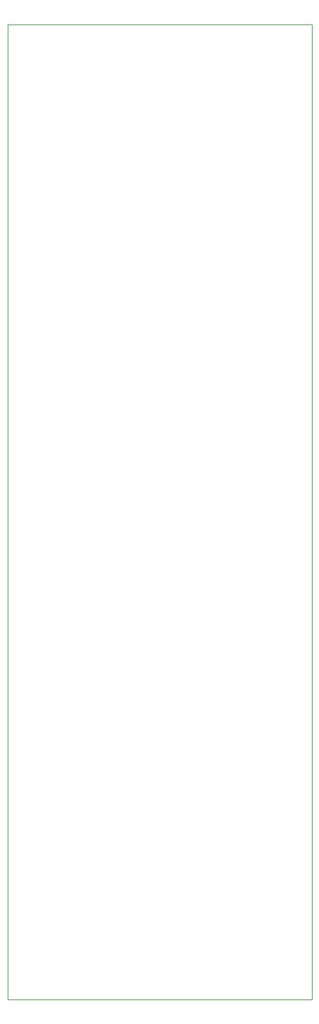
<source format=gtp>
G04 #@! TF.GenerationSoftware,KiCad,Pcbnew,(6.0.6)*
G04 #@! TF.CreationDate,2022-10-26T12:52:20+02:00*
G04 #@! TF.ProjectId,Snare+Hihat,536e6172-652b-4486-9968-61742e6b6963,rev?*
G04 #@! TF.SameCoordinates,Original*
G04 #@! TF.FileFunction,Paste,Top*
G04 #@! TF.FilePolarity,Positive*
%FSLAX46Y46*%
G04 Gerber Fmt 4.6, Leading zero omitted, Abs format (unit mm)*
G04 Created by KiCad (PCBNEW (6.0.6)) date 2022-10-26 12:52:20*
%MOMM*%
%LPD*%
G01*
G04 APERTURE LIST*
G04 #@! TA.AperFunction,Profile*
%ADD10C,0.050000*%
G04 #@! TD*
G04 APERTURE END LIST*
D10*
X117500000Y-22000000D02*
X117499999Y-145500001D01*
X117500000Y-150000000D02*
X117499999Y-145500001D01*
X117500000Y-22000000D02*
X157500000Y-22000000D01*
X157500000Y-150000000D02*
X117500000Y-150000000D01*
X157500000Y-22000000D02*
X157500000Y-150000000D01*
M02*

</source>
